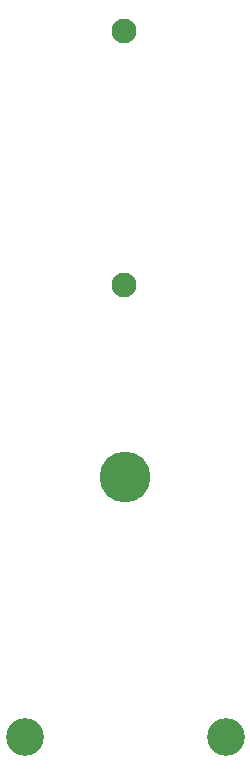
<source format=gbs>
G04 #@! TF.GenerationSoftware,KiCad,Pcbnew,8.0.5*
G04 #@! TF.CreationDate,2024-10-10T13:20:31+02:00*
G04 #@! TF.ProjectId,LED_SINGLE_Board,4c45445f-5349-44e4-974c-455f426f6172,rev?*
G04 #@! TF.SameCoordinates,Original*
G04 #@! TF.FileFunction,Soldermask,Bot*
G04 #@! TF.FilePolarity,Negative*
%FSLAX46Y46*%
G04 Gerber Fmt 4.6, Leading zero omitted, Abs format (unit mm)*
G04 Created by KiCad (PCBNEW 8.0.5) date 2024-10-10 13:20:31*
%MOMM*%
%LPD*%
G01*
G04 APERTURE LIST*
%ADD10C,4.300000*%
%ADD11C,3.200000*%
%ADD12C,2.100000*%
G04 APERTURE END LIST*
D10*
X43500000Y-68500000D03*
D11*
X35000000Y-90500000D03*
X52000000Y-90500000D03*
D12*
X43400000Y-30740000D03*
X43400000Y-52260000D03*
M02*

</source>
